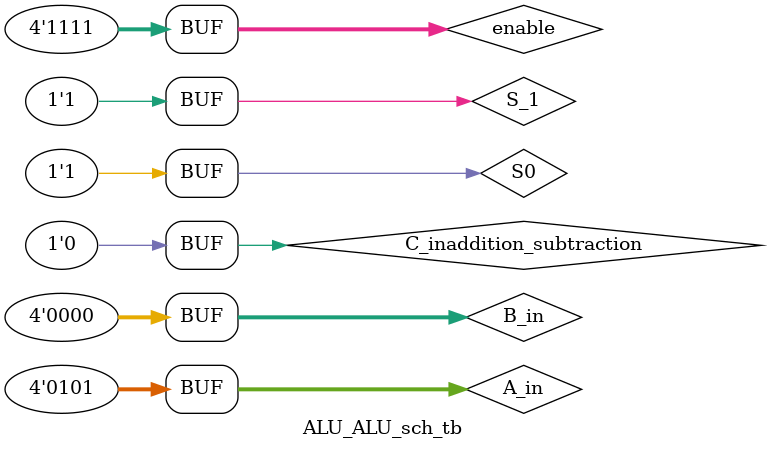
<source format=v>
`timescale 1ns / 1ps

module ALU_ALU_sch_tb();

   reg [3:0] A_in;
   reg [3:0] B_in;
   reg S0;
   reg S_1;
   reg [3:0] enable;
	reg C_inaddition_subtraction;
   

// Output
   wire [3:0] Y;
	wire C_outsubtr;
	wire C_outaddition;

// Bidirs

// Instantiate the UUT
   ALU UUT (
		.Y(Y[3:0]), 
		.A_in(A_in[3:0]), 
		.B_in(B_in[3:0]), 
		.S0(S0), 
		.S_1(S_1),
		.enable(enable[3:0]),
		.C_outsubtr,
		.C_outaddition,
		.C_inaddition_subtraction
		
   );

       initial begin
		
		A_in =2;
		B_in = 0; 
		S0=1;
		S_1=1;
		enable=15;
		C_inaddition_subtraction=0;
		
		#100;
		A_in =5;
		B_in = 0; 
		S0=1;
		S_1=1;
		enable=15;
		C_inaddition_subtraction=0;
		
		
		
		  end
endmodule

</source>
